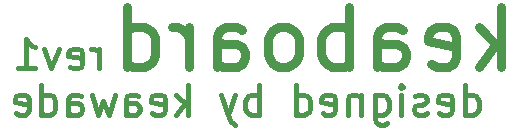
<source format=gbr>
%TF.GenerationSoftware,KiCad,Pcbnew,5.1.6-c6e7f7d~87~ubuntu20.04.1*%
%TF.CreationDate,2020-09-01T20:42:14-05:00*%
%TF.ProjectId,BottomPlate,426f7474-6f6d-4506-9c61-74652e6b6963,rev?*%
%TF.SameCoordinates,Original*%
%TF.FileFunction,Legend,Bot*%
%TF.FilePolarity,Positive*%
%FSLAX46Y46*%
G04 Gerber Fmt 4.6, Leading zero omitted, Abs format (unit mm)*
G04 Created by KiCad (PCBNEW 5.1.6-c6e7f7d~87~ubuntu20.04.1) date 2020-09-01 20:42:14*
%MOMM*%
%LPD*%
G01*
G04 APERTURE LIST*
%ADD10C,0.750000*%
%ADD11C,0.400000*%
G04 APERTURE END LIST*
D10*
X178901333Y-51029904D02*
X178901333Y-46029904D01*
X178425142Y-49125142D02*
X176996571Y-51029904D01*
X176996571Y-47696571D02*
X178901333Y-49601333D01*
X172948952Y-50791809D02*
X173425142Y-51029904D01*
X174377523Y-51029904D01*
X174853714Y-50791809D01*
X175091809Y-50315619D01*
X175091809Y-48410857D01*
X174853714Y-47934666D01*
X174377523Y-47696571D01*
X173425142Y-47696571D01*
X172948952Y-47934666D01*
X172710857Y-48410857D01*
X172710857Y-48887047D01*
X175091809Y-49363238D01*
X168425142Y-51029904D02*
X168425142Y-48410857D01*
X168663238Y-47934666D01*
X169139428Y-47696571D01*
X170091809Y-47696571D01*
X170568000Y-47934666D01*
X168425142Y-50791809D02*
X168901333Y-51029904D01*
X170091809Y-51029904D01*
X170568000Y-50791809D01*
X170806095Y-50315619D01*
X170806095Y-49839428D01*
X170568000Y-49363238D01*
X170091809Y-49125142D01*
X168901333Y-49125142D01*
X168425142Y-48887047D01*
X166044190Y-51029904D02*
X166044190Y-46029904D01*
X166044190Y-47934666D02*
X165568000Y-47696571D01*
X164615619Y-47696571D01*
X164139428Y-47934666D01*
X163901333Y-48172761D01*
X163663238Y-48648952D01*
X163663238Y-50077523D01*
X163901333Y-50553714D01*
X164139428Y-50791809D01*
X164615619Y-51029904D01*
X165568000Y-51029904D01*
X166044190Y-50791809D01*
X160806095Y-51029904D02*
X161282285Y-50791809D01*
X161520380Y-50553714D01*
X161758476Y-50077523D01*
X161758476Y-48648952D01*
X161520380Y-48172761D01*
X161282285Y-47934666D01*
X160806095Y-47696571D01*
X160091809Y-47696571D01*
X159615619Y-47934666D01*
X159377523Y-48172761D01*
X159139428Y-48648952D01*
X159139428Y-50077523D01*
X159377523Y-50553714D01*
X159615619Y-50791809D01*
X160091809Y-51029904D01*
X160806095Y-51029904D01*
X154853714Y-51029904D02*
X154853714Y-48410857D01*
X155091809Y-47934666D01*
X155568000Y-47696571D01*
X156520380Y-47696571D01*
X156996571Y-47934666D01*
X154853714Y-50791809D02*
X155329904Y-51029904D01*
X156520380Y-51029904D01*
X156996571Y-50791809D01*
X157234666Y-50315619D01*
X157234666Y-49839428D01*
X156996571Y-49363238D01*
X156520380Y-49125142D01*
X155329904Y-49125142D01*
X154853714Y-48887047D01*
X152472761Y-51029904D02*
X152472761Y-47696571D01*
X152472761Y-48648952D02*
X152234666Y-48172761D01*
X151996571Y-47934666D01*
X151520380Y-47696571D01*
X151044190Y-47696571D01*
X147234666Y-51029904D02*
X147234666Y-46029904D01*
X147234666Y-50791809D02*
X147710857Y-51029904D01*
X148663238Y-51029904D01*
X149139428Y-50791809D01*
X149377523Y-50553714D01*
X149615619Y-50077523D01*
X149615619Y-48648952D01*
X149377523Y-48172761D01*
X149139428Y-47934666D01*
X148663238Y-47696571D01*
X147710857Y-47696571D01*
X147234666Y-47934666D01*
D11*
X144870857Y-51168952D02*
X144870857Y-49502285D01*
X144870857Y-49978476D02*
X144751809Y-49740380D01*
X144632761Y-49621333D01*
X144394666Y-49502285D01*
X144156571Y-49502285D01*
X142370857Y-51049904D02*
X142608952Y-51168952D01*
X143085142Y-51168952D01*
X143323238Y-51049904D01*
X143442285Y-50811809D01*
X143442285Y-49859428D01*
X143323238Y-49621333D01*
X143085142Y-49502285D01*
X142608952Y-49502285D01*
X142370857Y-49621333D01*
X142251809Y-49859428D01*
X142251809Y-50097523D01*
X143442285Y-50335619D01*
X141418476Y-49502285D02*
X140823238Y-51168952D01*
X140228000Y-49502285D01*
X137966095Y-51168952D02*
X139394666Y-51168952D01*
X138680380Y-51168952D02*
X138680380Y-48668952D01*
X138918476Y-49026095D01*
X139156571Y-49264190D01*
X139394666Y-49383238D01*
X175805380Y-55105952D02*
X175805380Y-52605952D01*
X175805380Y-54986904D02*
X176043476Y-55105952D01*
X176519666Y-55105952D01*
X176757761Y-54986904D01*
X176876809Y-54867857D01*
X176995857Y-54629761D01*
X176995857Y-53915476D01*
X176876809Y-53677380D01*
X176757761Y-53558333D01*
X176519666Y-53439285D01*
X176043476Y-53439285D01*
X175805380Y-53558333D01*
X173662523Y-54986904D02*
X173900619Y-55105952D01*
X174376809Y-55105952D01*
X174614904Y-54986904D01*
X174733952Y-54748809D01*
X174733952Y-53796428D01*
X174614904Y-53558333D01*
X174376809Y-53439285D01*
X173900619Y-53439285D01*
X173662523Y-53558333D01*
X173543476Y-53796428D01*
X173543476Y-54034523D01*
X174733952Y-54272619D01*
X172591095Y-54986904D02*
X172353000Y-55105952D01*
X171876809Y-55105952D01*
X171638714Y-54986904D01*
X171519666Y-54748809D01*
X171519666Y-54629761D01*
X171638714Y-54391666D01*
X171876809Y-54272619D01*
X172233952Y-54272619D01*
X172472047Y-54153571D01*
X172591095Y-53915476D01*
X172591095Y-53796428D01*
X172472047Y-53558333D01*
X172233952Y-53439285D01*
X171876809Y-53439285D01*
X171638714Y-53558333D01*
X170448238Y-55105952D02*
X170448238Y-53439285D01*
X170448238Y-52605952D02*
X170567285Y-52725000D01*
X170448238Y-52844047D01*
X170329190Y-52725000D01*
X170448238Y-52605952D01*
X170448238Y-52844047D01*
X168186333Y-53439285D02*
X168186333Y-55463095D01*
X168305380Y-55701190D01*
X168424428Y-55820238D01*
X168662523Y-55939285D01*
X169019666Y-55939285D01*
X169257761Y-55820238D01*
X168186333Y-54986904D02*
X168424428Y-55105952D01*
X168900619Y-55105952D01*
X169138714Y-54986904D01*
X169257761Y-54867857D01*
X169376809Y-54629761D01*
X169376809Y-53915476D01*
X169257761Y-53677380D01*
X169138714Y-53558333D01*
X168900619Y-53439285D01*
X168424428Y-53439285D01*
X168186333Y-53558333D01*
X166995857Y-53439285D02*
X166995857Y-55105952D01*
X166995857Y-53677380D02*
X166876809Y-53558333D01*
X166638714Y-53439285D01*
X166281571Y-53439285D01*
X166043476Y-53558333D01*
X165924428Y-53796428D01*
X165924428Y-55105952D01*
X163781571Y-54986904D02*
X164019666Y-55105952D01*
X164495857Y-55105952D01*
X164733952Y-54986904D01*
X164853000Y-54748809D01*
X164853000Y-53796428D01*
X164733952Y-53558333D01*
X164495857Y-53439285D01*
X164019666Y-53439285D01*
X163781571Y-53558333D01*
X163662523Y-53796428D01*
X163662523Y-54034523D01*
X164853000Y-54272619D01*
X161519666Y-55105952D02*
X161519666Y-52605952D01*
X161519666Y-54986904D02*
X161757761Y-55105952D01*
X162233952Y-55105952D01*
X162472047Y-54986904D01*
X162591095Y-54867857D01*
X162710142Y-54629761D01*
X162710142Y-53915476D01*
X162591095Y-53677380D01*
X162472047Y-53558333D01*
X162233952Y-53439285D01*
X161757761Y-53439285D01*
X161519666Y-53558333D01*
X158424428Y-55105952D02*
X158424428Y-52605952D01*
X158424428Y-53558333D02*
X158186333Y-53439285D01*
X157710142Y-53439285D01*
X157472047Y-53558333D01*
X157353000Y-53677380D01*
X157233952Y-53915476D01*
X157233952Y-54629761D01*
X157353000Y-54867857D01*
X157472047Y-54986904D01*
X157710142Y-55105952D01*
X158186333Y-55105952D01*
X158424428Y-54986904D01*
X156400619Y-53439285D02*
X155805380Y-55105952D01*
X155210142Y-53439285D02*
X155805380Y-55105952D01*
X156043476Y-55701190D01*
X156162523Y-55820238D01*
X156400619Y-55939285D01*
X152353000Y-55105952D02*
X152353000Y-52605952D01*
X152114904Y-54153571D02*
X151400619Y-55105952D01*
X151400619Y-53439285D02*
X152353000Y-54391666D01*
X149376809Y-54986904D02*
X149614904Y-55105952D01*
X150091095Y-55105952D01*
X150329190Y-54986904D01*
X150448238Y-54748809D01*
X150448238Y-53796428D01*
X150329190Y-53558333D01*
X150091095Y-53439285D01*
X149614904Y-53439285D01*
X149376809Y-53558333D01*
X149257761Y-53796428D01*
X149257761Y-54034523D01*
X150448238Y-54272619D01*
X147114904Y-55105952D02*
X147114904Y-53796428D01*
X147233952Y-53558333D01*
X147472047Y-53439285D01*
X147948238Y-53439285D01*
X148186333Y-53558333D01*
X147114904Y-54986904D02*
X147353000Y-55105952D01*
X147948238Y-55105952D01*
X148186333Y-54986904D01*
X148305380Y-54748809D01*
X148305380Y-54510714D01*
X148186333Y-54272619D01*
X147948238Y-54153571D01*
X147353000Y-54153571D01*
X147114904Y-54034523D01*
X146162523Y-53439285D02*
X145686333Y-55105952D01*
X145210142Y-53915476D01*
X144733952Y-55105952D01*
X144257761Y-53439285D01*
X142233952Y-55105952D02*
X142233952Y-53796428D01*
X142353000Y-53558333D01*
X142591095Y-53439285D01*
X143067285Y-53439285D01*
X143305380Y-53558333D01*
X142233952Y-54986904D02*
X142472047Y-55105952D01*
X143067285Y-55105952D01*
X143305380Y-54986904D01*
X143424428Y-54748809D01*
X143424428Y-54510714D01*
X143305380Y-54272619D01*
X143067285Y-54153571D01*
X142472047Y-54153571D01*
X142233952Y-54034523D01*
X139972047Y-55105952D02*
X139972047Y-52605952D01*
X139972047Y-54986904D02*
X140210142Y-55105952D01*
X140686333Y-55105952D01*
X140924428Y-54986904D01*
X141043476Y-54867857D01*
X141162523Y-54629761D01*
X141162523Y-53915476D01*
X141043476Y-53677380D01*
X140924428Y-53558333D01*
X140686333Y-53439285D01*
X140210142Y-53439285D01*
X139972047Y-53558333D01*
X137829190Y-54986904D02*
X138067285Y-55105952D01*
X138543476Y-55105952D01*
X138781571Y-54986904D01*
X138900619Y-54748809D01*
X138900619Y-53796428D01*
X138781571Y-53558333D01*
X138543476Y-53439285D01*
X138067285Y-53439285D01*
X137829190Y-53558333D01*
X137710142Y-53796428D01*
X137710142Y-54034523D01*
X138900619Y-54272619D01*
M02*

</source>
